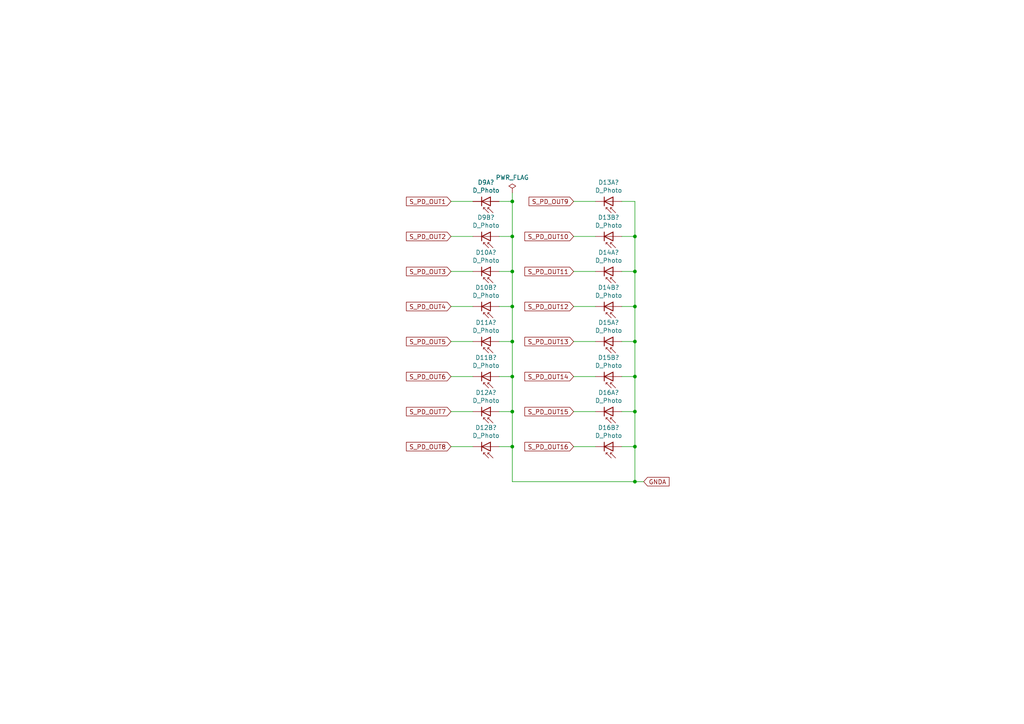
<source format=kicad_sch>
(kicad_sch (version 20211123) (generator eeschema)
  (paper "A4")
  (lib_symbols
    (symbol "Device:D_Photo" (pin_numbers hide) (pin_names hide)
      (property "Reference" "D" (at 0.508 1.778 0))
      (property "Value" "D_Photo" (at -1.016 -2.794 0))
      (symbol "D_Photo_0_1"
        (polyline (pts (xy -2.54 1.27) (xy -2.54 -1.27)) (stroke (width 0.254)))
        (polyline (pts (xy -2.032 1.778) (xy -1.524 1.778)))
        (polyline (pts (xy 0 0) (xy -2.54 0)))
        (polyline (pts (xy -0.508 3.302) (xy -2.032 1.778) (xy -2.032 2.286)))
        (polyline (pts (xy 0 -1.27) (xy 0 1.27) (xy -2.54 0) (xy 0 -1.27)) (stroke (width 0.254)))
        (polyline (pts (xy 0.762 3.302) (xy -0.762 1.778) (xy -0.762 2.286) (xy -0.762 1.778) (xy -0.254 1.778)))
      )
      (symbol "D_Photo_1_1"
        (pin passive line (at -5.08 0 0) (length 2.54) (name "K") (number "1"))
        (pin passive line (at 2.54 0 180) (length 2.54) (name "A") (number "2"))
      )
    )
    (symbol "power:PWR_FLAG" (power) (pin_numbers hide) (pin_names (offset 0) hide)
      (property "Value" "PWR_FLAG" (at 0 3.81 0))
      (symbol "PWR_FLAG_0_0"
        (pin power_out line (at 0 0 90) (length 0) (name "pwr") (number "1"))
      )
      (symbol "PWR_FLAG_0_1"
        (polyline (pts (xy 0 0) (xy 0 1.27) (xy -1.016 1.905) (xy 0 2.54) (xy 1.016 1.905) (xy 0 1.27)))
      )
    )
  )
  (junction (at 184.15 99.06))
  (junction (at 148.59 129.54))
  (junction (at 148.59 88.9))
  (junction (at 184.15 68.58))
  (junction (at 148.59 119.38))
  (junction (at 148.59 58.42))
  (junction (at 184.15 119.38))
  (junction (at 148.59 78.74))
  (junction (at 184.15 139.7))
  (junction (at 148.59 99.06))
  (junction (at 184.15 129.54))
  (junction (at 184.15 78.74))
  (junction (at 148.59 109.22))
  (junction (at 184.15 88.9))
  (junction (at 184.15 109.22))
  (junction (at 148.59 68.58))
  (wire (pts (xy 130.81 68.58) (xy 137.16 68.58)))
  (wire (pts (xy 180.34 68.58) (xy 184.15 68.58)))
  (wire (pts (xy 144.78 129.54) (xy 148.59 129.54)))
  (wire (pts (xy 184.15 68.58) (xy 184.15 78.74)))
  (wire (pts (xy 166.37 58.42) (xy 172.72 58.42)))
  (wire (pts (xy 166.37 109.22) (xy 172.72 109.22)))
  (wire (pts (xy 144.78 58.42) (xy 148.59 58.42)))
  (wire (pts (xy 130.81 58.42) (xy 137.16 58.42)))
  (wire (pts (xy 184.15 99.06) (xy 184.15 109.22)))
  (wire (pts (xy 166.37 99.06) (xy 172.72 99.06)))
  (wire (pts (xy 166.37 78.74) (xy 172.72 78.74)))
  (wire (pts (xy 184.15 129.54) (xy 184.15 139.7)))
  (wire (pts (xy 148.59 88.9) (xy 148.59 99.06)))
  (wire (pts (xy 180.34 129.54) (xy 184.15 129.54)))
  (wire (pts (xy 148.59 68.58) (xy 148.59 78.74)))
  (wire (pts (xy 166.37 88.9) (xy 172.72 88.9)))
  (wire (pts (xy 166.37 119.38) (xy 172.72 119.38)))
  (wire (pts (xy 148.59 129.54) (xy 148.59 139.7)))
  (wire (pts (xy 184.15 109.22) (xy 184.15 119.38)))
  (wire (pts (xy 166.37 129.54) (xy 172.72 129.54)))
  (wire (pts (xy 144.78 99.06) (xy 148.59 99.06)))
  (wire (pts (xy 186.69 139.7) (xy 184.15 139.7)))
  (wire (pts (xy 180.34 88.9) (xy 184.15 88.9)))
  (wire (pts (xy 130.81 109.22) (xy 137.16 109.22)))
  (wire (pts (xy 166.37 68.58) (xy 172.72 68.58)))
  (wire (pts (xy 148.59 78.74) (xy 148.59 88.9)))
  (wire (pts (xy 180.34 109.22) (xy 184.15 109.22)))
  (wire (pts (xy 144.78 119.38) (xy 148.59 119.38)))
  (wire (pts (xy 184.15 78.74) (xy 184.15 88.9)))
  (wire (pts (xy 144.78 88.9) (xy 148.59 88.9)))
  (wire (pts (xy 144.78 78.74) (xy 148.59 78.74)))
  (wire (pts (xy 148.59 119.38) (xy 148.59 129.54)))
  (wire (pts (xy 130.81 88.9) (xy 137.16 88.9)))
  (wire (pts (xy 148.59 109.22) (xy 148.59 119.38)))
  (wire (pts (xy 148.59 58.42) (xy 148.59 68.58)))
  (wire (pts (xy 180.34 78.74) (xy 184.15 78.74)))
  (wire (pts (xy 180.34 119.38) (xy 184.15 119.38)))
  (wire (pts (xy 184.15 119.38) (xy 184.15 129.54)))
  (wire (pts (xy 148.59 99.06) (xy 148.59 109.22)))
  (wire (pts (xy 144.78 68.58) (xy 148.59 68.58)))
  (wire (pts (xy 148.59 55.88) (xy 148.59 58.42)))
  (wire (pts (xy 184.15 58.42) (xy 184.15 68.58)))
  (wire (pts (xy 144.78 109.22) (xy 148.59 109.22)))
  (wire (pts (xy 184.15 139.7) (xy 148.59 139.7)))
  (wire (pts (xy 180.34 58.42) (xy 184.15 58.42)))
  (wire (pts (xy 184.15 88.9) (xy 184.15 99.06)))
  (wire (pts (xy 130.81 99.06) (xy 137.16 99.06)))
  (wire (pts (xy 130.81 129.54) (xy 137.16 129.54)))
  (wire (pts (xy 180.34 99.06) (xy 184.15 99.06)))
  (wire (pts (xy 130.81 119.38) (xy 137.16 119.38)))
  (wire (pts (xy 130.81 78.74) (xy 137.16 78.74)))
  (global_label "S_PD_OUT7" (shape input) (at 130.81 119.38 180) (property "Intersheet References" "${INTERSHEET_REFS}" (effects hide)))
  (global_label "S_PD_OUT11" (shape input) (at 166.37 78.74 180) (property "Intersheet References" "${INTERSHEET_REFS}" (effects hide)))
  (global_label "S_PD_OUT15" (shape input) (at 166.37 119.38 180) (property "Intersheet References" "${INTERSHEET_REFS}" (effects hide)))
  (global_label "S_PD_OUT14" (shape input) (at 166.37 109.22 180) (property "Intersheet References" "${INTERSHEET_REFS}" (effects hide)))
  (global_label "S_PD_OUT4" (shape input) (at 130.81 88.9 180) (property "Intersheet References" "${INTERSHEET_REFS}" (effects hide)))
  (global_label "S_PD_OUT1" (shape input) (at 130.81 58.42 180) (property "Intersheet References" "${INTERSHEET_REFS}" (effects hide)))
  (global_label "S_PD_OUT2" (shape input) (at 130.81 68.58 180) (property "Intersheet References" "${INTERSHEET_REFS}" (effects hide)))
  (global_label "S_PD_OUT13" (shape input) (at 166.37 99.06 180) (property "Intersheet References" "${INTERSHEET_REFS}" (effects hide)))
  (global_label "S_PD_OUT9" (shape input) (at 166.37 58.42 180) (property "Intersheet References" "${INTERSHEET_REFS}" (effects hide)))
  (global_label "S_PD_OUT5" (shape input) (at 130.81 99.06 180) (property "Intersheet References" "${INTERSHEET_REFS}" (effects hide)))
  (global_label "S_PD_OUT8" (shape input) (at 130.81 129.54 180) (property "Intersheet References" "${INTERSHEET_REFS}" (effects hide)))
  (global_label "GNDA" (shape input) (at 186.69 139.7 0) (property "Intersheet References" "${INTERSHEET_REFS}" (effects hide)))
  (global_label "S_PD_OUT3" (shape input) (at 130.81 78.74 180) (property "Intersheet References" "${INTERSHEET_REFS}" (effects hide)))
  (global_label "S_PD_OUT6" (shape input) (at 130.81 109.22 180) (property "Intersheet References" "${INTERSHEET_REFS}" (effects hide)))
  (global_label "S_PD_OUT16" (shape input) (at 166.37 129.54 180) (property "Intersheet References" "${INTERSHEET_REFS}" (effects hide)))
  (global_label "S_PD_OUT10" (shape input) (at 166.37 68.58 180) (property "Intersheet References" "${INTERSHEET_REFS}" (effects hide)))
  (global_label "S_PD_OUT12" (shape input) (at 166.37 88.9 180) (property "Intersheet References" "${INTERSHEET_REFS}" (effects hide)))
  (symbol (lib_id "Device:D_Photo") (at 142.24 68.58 0) (mirror x) (unit 1)
    (property "Reference" "D9B?" (at 140.97 63.0682 0))
    (property "Value" "D_Photo" (at 140.97 65.3796 0))
    (property "Footprint" "Diodes_SMD:D_1206" (effects hide))
  )
  (symbol (lib_id "Device:D_Photo") (at 142.24 99.06 0) (mirror x) (unit 1)
    (property "Reference" "D11A?" (at 140.97 93.5482 0))
    (property "Value" "D_Photo" (at 140.97 95.8596 0))
    (property "Footprint" "Diodes_SMD:D_1206" (effects hide))
  )
  (symbol (lib_id "Device:D_Photo") (at 142.24 109.22 0) (mirror x) (unit 1)
    (property "Reference" "D11B?" (at 140.97 103.7082 0))
    (property "Value" "D_Photo" (at 140.97 106.0196 0))
    (property "Footprint" "Diodes_SMD:D_1206" (effects hide))
  )
  (symbol (lib_id "Device:D_Photo") (at 177.8 109.22 0) (mirror x) (unit 1)
    (property "Reference" "D15B?" (at 176.53 103.7082 0))
    (property "Value" "D_Photo" (at 176.53 106.0196 0))
    (property "Footprint" "Diodes_SMD:D_1206" (effects hide))
  )
  (symbol (lib_id "Device:D_Photo") (at 177.8 78.74 0) (mirror x) (unit 1)
    (property "Reference" "D14A?" (at 176.53 73.2282 0))
    (property "Value" "D_Photo" (at 176.53 75.5396 0))
    (property "Footprint" "Diodes_SMD:D_1206" (effects hide))
  )
  (symbol (lib_id "Device:D_Photo") (at 177.8 119.38 0) (mirror x) (unit 1)
    (property "Reference" "D16A?" (at 176.53 113.8682 0))
    (property "Value" "D_Photo" (at 176.53 116.1796 0))
    (property "Footprint" "Diodes_SMD:D_1206" (effects hide))
  )
  (symbol (lib_id "Device:D_Photo") (at 142.24 58.42 0) (mirror x) (unit 1)
    (property "Reference" "D9A?" (at 140.97 52.9082 0))
    (property "Value" "D_Photo" (at 140.97 55.2196 0))
    (property "Footprint" "Diodes_SMD:D_1206" (effects hide))
  )
  (symbol (lib_id "Device:D_Photo") (at 177.8 88.9 0) (mirror x) (unit 1)
    (property "Reference" "D14B?" (at 176.53 83.3882 0))
    (property "Value" "D_Photo" (at 176.53 85.6996 0))
    (property "Footprint" "Diodes_SMD:D_1206" (effects hide))
  )
  (symbol (lib_id "Device:D_Photo") (at 142.24 88.9 0) (mirror x) (unit 1)
    (property "Reference" "D10B?" (at 140.97 83.3882 0))
    (property "Value" "D_Photo" (at 140.97 85.6996 0))
    (property "Footprint" "Diodes_SMD:D_1206" (effects hide))
  )
  (symbol (lib_id "Device:D_Photo") (at 177.8 58.42 0) (mirror x) (unit 1)
    (property "Reference" "D13A?" (at 176.53 52.9082 0))
    (property "Value" "D_Photo" (at 176.53 55.2196 0))
    (property "Footprint" "Diodes_SMD:D_1206" (effects hide))
  )
  (symbol (lib_id "Device:D_Photo") (at 177.8 99.06 0) (mirror x) (unit 1)
    (property "Reference" "D15A?" (at 176.53 93.5482 0))
    (property "Value" "D_Photo" (at 176.53 95.8596 0))
    (property "Footprint" "Diodes_SMD:D_1206" (effects hide))
  )
  (symbol (lib_id "Device:D_Photo") (at 142.24 119.38 0) (mirror x) (unit 1)
    (property "Reference" "D12A?" (at 140.97 113.8682 0))
    (property "Value" "D_Photo" (at 140.97 116.1796 0))
    (property "Footprint" "Diodes_SMD:D_1206" (effects hide))
  )
  (symbol (lib_id "Device:D_Photo") (at 177.8 68.58 0) (mirror x) (unit 1)
    (property "Reference" "D13B?" (at 176.53 63.0682 0))
    (property "Value" "D_Photo" (at 176.53 65.3796 0))
    (property "Footprint" "Diodes_SMD:D_1206" (effects hide))
  )
  (symbol (lib_id "Device:D_Photo") (at 142.24 129.54 0) (mirror x) (unit 1)
    (property "Reference" "D12B?" (at 140.97 124.0282 0))
    (property "Value" "D_Photo" (at 140.97 126.3396 0))
    (property "Footprint" "Diodes_SMD:D_1206" (effects hide))
  )
  (symbol (lib_id "power:PWR_FLAG") (at 148.59 55.88 0) (mirror y) (unit 1)
    (property "Reference" "#FLG?" (effects hide))
    (property "Value" "PWR_FLAG" (at 148.59 51.4858 0))
  )
  (symbol (lib_id "Device:D_Photo") (at 177.8 129.54 0) (mirror x) (unit 1)
    (property "Reference" "D16B?" (at 176.53 124.0282 0))
    (property "Value" "D_Photo" (at 176.53 126.3396 0))
    (property "Footprint" "Diodes_SMD:D_1206" (effects hide))
  )
  (symbol (lib_id "Device:D_Photo") (at 142.24 78.74 0) (mirror x) (unit 1)
    (property "Reference" "D10A?" (at 140.97 73.2282 0))
    (property "Value" "D_Photo" (at 140.97 75.5396 0))
    (property "Footprint" "Diodes_SMD:D_1206" (effects hide))
  )
)
</source>
